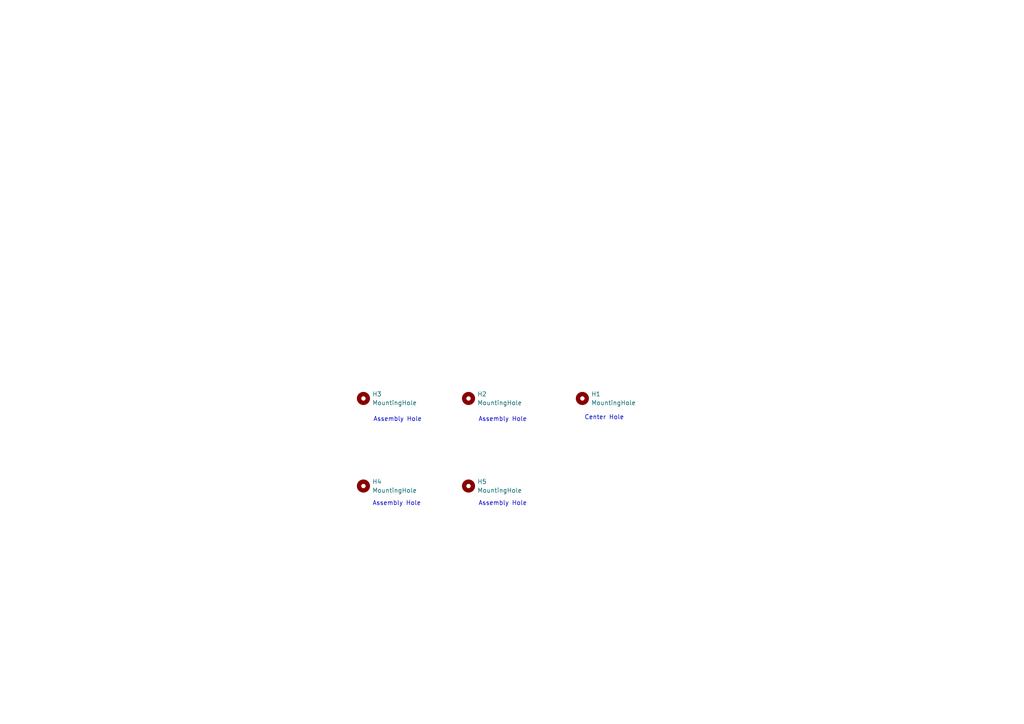
<source format=kicad_sch>
(kicad_sch
	(version 20231120)
	(generator "eeschema")
	(generator_version "8.0")
	(uuid "cd7a13dc-898b-444e-8c64-04932f1d4072")
	(paper "A4")
	(lib_symbols
		(symbol "Mechanical:MountingHole"
			(pin_names
				(offset 1.016)
			)
			(exclude_from_sim yes)
			(in_bom no)
			(on_board yes)
			(property "Reference" "H"
				(at 0 5.08 0)
				(effects
					(font
						(size 1.27 1.27)
					)
				)
			)
			(property "Value" "MountingHole"
				(at 0 3.175 0)
				(effects
					(font
						(size 1.27 1.27)
					)
				)
			)
			(property "Footprint" ""
				(at 0 0 0)
				(effects
					(font
						(size 1.27 1.27)
					)
					(hide yes)
				)
			)
			(property "Datasheet" "~"
				(at 0 0 0)
				(effects
					(font
						(size 1.27 1.27)
					)
					(hide yes)
				)
			)
			(property "Description" "Mounting Hole without connection"
				(at 0 0 0)
				(effects
					(font
						(size 1.27 1.27)
					)
					(hide yes)
				)
			)
			(property "ki_keywords" "mounting hole"
				(at 0 0 0)
				(effects
					(font
						(size 1.27 1.27)
					)
					(hide yes)
				)
			)
			(property "ki_fp_filters" "MountingHole*"
				(at 0 0 0)
				(effects
					(font
						(size 1.27 1.27)
					)
					(hide yes)
				)
			)
			(symbol "MountingHole_0_1"
				(circle
					(center 0 0)
					(radius 1.27)
					(stroke
						(width 1.27)
						(type default)
					)
					(fill
						(type none)
					)
				)
			)
		)
	)
	(text "Assembly Hole"
		(exclude_from_sim no)
		(at 115.316 121.666 0)
		(effects
			(font
				(size 1.27 1.27)
			)
		)
		(uuid "3b85603b-a8ca-4b00-854f-1abe5140bc88")
	)
	(text "Assembly Hole"
		(exclude_from_sim no)
		(at 145.796 121.666 0)
		(effects
			(font
				(size 1.27 1.27)
			)
		)
		(uuid "8be3538d-bfc8-4a7e-b36b-c41938bf84c4")
	)
	(text "Assembly Hole"
		(exclude_from_sim no)
		(at 115.062 146.05 0)
		(effects
			(font
				(size 1.27 1.27)
			)
		)
		(uuid "9c58d4b3-db68-4bf9-b301-64d6ee6fd14f")
	)
	(text "Center Hole"
		(exclude_from_sim no)
		(at 175.26 121.158 0)
		(effects
			(font
				(size 1.27 1.27)
			)
		)
		(uuid "e5bed781-99a0-4dc3-8e6c-57693aa34fc4")
	)
	(text "Assembly Hole"
		(exclude_from_sim no)
		(at 145.796 146.05 0)
		(effects
			(font
				(size 1.27 1.27)
			)
		)
		(uuid "fbc5272c-e7d6-433d-9d77-77682a6837eb")
	)
	(symbol
		(lib_id "Mechanical:MountingHole")
		(at 105.41 115.57 0)
		(unit 1)
		(exclude_from_sim yes)
		(in_bom no)
		(on_board yes)
		(dnp no)
		(fields_autoplaced yes)
		(uuid "4a3bad84-9fbb-411b-9234-f1ab324df8d1")
		(property "Reference" "H3"
			(at 107.95 114.2999 0)
			(effects
				(font
					(size 1.27 1.27)
				)
				(justify left)
			)
		)
		(property "Value" "MountingHole"
			(at 107.95 116.8399 0)
			(effects
				(font
					(size 1.27 1.27)
				)
				(justify left)
			)
		)
		(property "Footprint" "MountingHole:MountingHole_3.2mm_M3"
			(at 105.41 115.57 0)
			(effects
				(font
					(size 1.27 1.27)
				)
				(hide yes)
			)
		)
		(property "Datasheet" "~"
			(at 105.41 115.57 0)
			(effects
				(font
					(size 1.27 1.27)
				)
				(hide yes)
			)
		)
		(property "Description" "Mounting Hole without connection"
			(at 105.41 115.57 0)
			(effects
				(font
					(size 1.27 1.27)
				)
				(hide yes)
			)
		)
		(instances
			(project ""
				(path "/cd7a13dc-898b-444e-8c64-04932f1d4072"
					(reference "H3")
					(unit 1)
				)
			)
		)
	)
	(symbol
		(lib_id "Mechanical:MountingHole")
		(at 168.91 115.57 0)
		(unit 1)
		(exclude_from_sim yes)
		(in_bom no)
		(on_board yes)
		(dnp no)
		(fields_autoplaced yes)
		(uuid "5fd6209a-a055-43ae-91a0-bf18c602c4e6")
		(property "Reference" "H1"
			(at 171.45 114.2999 0)
			(effects
				(font
					(size 1.27 1.27)
				)
				(justify left)
			)
		)
		(property "Value" "MountingHole"
			(at 171.45 116.8399 0)
			(effects
				(font
					(size 1.27 1.27)
				)
				(justify left)
			)
		)
		(property "Footprint" "MountingHole:MountingHole_8.4mm_M8"
			(at 168.91 115.57 0)
			(effects
				(font
					(size 1.27 1.27)
				)
				(hide yes)
			)
		)
		(property "Datasheet" "~"
			(at 168.91 115.57 0)
			(effects
				(font
					(size 1.27 1.27)
				)
				(hide yes)
			)
		)
		(property "Description" "Mounting Hole without connection"
			(at 168.91 115.57 0)
			(effects
				(font
					(size 1.27 1.27)
				)
				(hide yes)
			)
		)
		(instances
			(project ""
				(path "/cd7a13dc-898b-444e-8c64-04932f1d4072"
					(reference "H1")
					(unit 1)
				)
			)
		)
	)
	(symbol
		(lib_id "Mechanical:MountingHole")
		(at 135.89 115.57 0)
		(unit 1)
		(exclude_from_sim yes)
		(in_bom no)
		(on_board yes)
		(dnp no)
		(fields_autoplaced yes)
		(uuid "72101bb1-8f90-4248-bf56-34caf4955f55")
		(property "Reference" "H2"
			(at 138.43 114.2999 0)
			(effects
				(font
					(size 1.27 1.27)
				)
				(justify left)
			)
		)
		(property "Value" "MountingHole"
			(at 138.43 116.8399 0)
			(effects
				(font
					(size 1.27 1.27)
				)
				(justify left)
			)
		)
		(property "Footprint" "MountingHole:MountingHole_3.2mm_M3"
			(at 135.89 115.57 0)
			(effects
				(font
					(size 1.27 1.27)
				)
				(hide yes)
			)
		)
		(property "Datasheet" "~"
			(at 135.89 115.57 0)
			(effects
				(font
					(size 1.27 1.27)
				)
				(hide yes)
			)
		)
		(property "Description" "Mounting Hole without connection"
			(at 135.89 115.57 0)
			(effects
				(font
					(size 1.27 1.27)
				)
				(hide yes)
			)
		)
		(instances
			(project "Wire Spool Antenna Blank V1.2"
				(path "/cd7a13dc-898b-444e-8c64-04932f1d4072"
					(reference "H2")
					(unit 1)
				)
			)
		)
	)
	(symbol
		(lib_id "Mechanical:MountingHole")
		(at 135.89 140.97 0)
		(unit 1)
		(exclude_from_sim yes)
		(in_bom no)
		(on_board yes)
		(dnp no)
		(fields_autoplaced yes)
		(uuid "d1c860d5-c3c3-4795-8932-09908d58776b")
		(property "Reference" "H5"
			(at 138.43 139.6999 0)
			(effects
				(font
					(size 1.27 1.27)
				)
				(justify left)
			)
		)
		(property "Value" "MountingHole"
			(at 138.43 142.2399 0)
			(effects
				(font
					(size 1.27 1.27)
				)
				(justify left)
			)
		)
		(property "Footprint" "MountingHole:MountingHole_3.2mm_M3"
			(at 135.89 140.97 0)
			(effects
				(font
					(size 1.27 1.27)
				)
				(hide yes)
			)
		)
		(property "Datasheet" "~"
			(at 135.89 140.97 0)
			(effects
				(font
					(size 1.27 1.27)
				)
				(hide yes)
			)
		)
		(property "Description" "Mounting Hole without connection"
			(at 135.89 140.97 0)
			(effects
				(font
					(size 1.27 1.27)
				)
				(hide yes)
			)
		)
		(instances
			(project "Wire Spool Antenna Blank V1.2"
				(path "/cd7a13dc-898b-444e-8c64-04932f1d4072"
					(reference "H5")
					(unit 1)
				)
			)
		)
	)
	(symbol
		(lib_id "Mechanical:MountingHole")
		(at 105.41 140.97 0)
		(unit 1)
		(exclude_from_sim yes)
		(in_bom no)
		(on_board yes)
		(dnp no)
		(fields_autoplaced yes)
		(uuid "e7210d7b-9333-4103-a70c-69582d464143")
		(property "Reference" "H4"
			(at 107.95 139.6999 0)
			(effects
				(font
					(size 1.27 1.27)
				)
				(justify left)
			)
		)
		(property "Value" "MountingHole"
			(at 107.95 142.2399 0)
			(effects
				(font
					(size 1.27 1.27)
				)
				(justify left)
			)
		)
		(property "Footprint" "MountingHole:MountingHole_3.2mm_M3"
			(at 105.41 140.97 0)
			(effects
				(font
					(size 1.27 1.27)
				)
				(hide yes)
			)
		)
		(property "Datasheet" "~"
			(at 105.41 140.97 0)
			(effects
				(font
					(size 1.27 1.27)
				)
				(hide yes)
			)
		)
		(property "Description" "Mounting Hole without connection"
			(at 105.41 140.97 0)
			(effects
				(font
					(size 1.27 1.27)
				)
				(hide yes)
			)
		)
		(instances
			(project "Wire Spool Antenna Blank V1.2"
				(path "/cd7a13dc-898b-444e-8c64-04932f1d4072"
					(reference "H4")
					(unit 1)
				)
			)
		)
	)
	(sheet_instances
		(path "/"
			(page "1")
		)
	)
)

</source>
